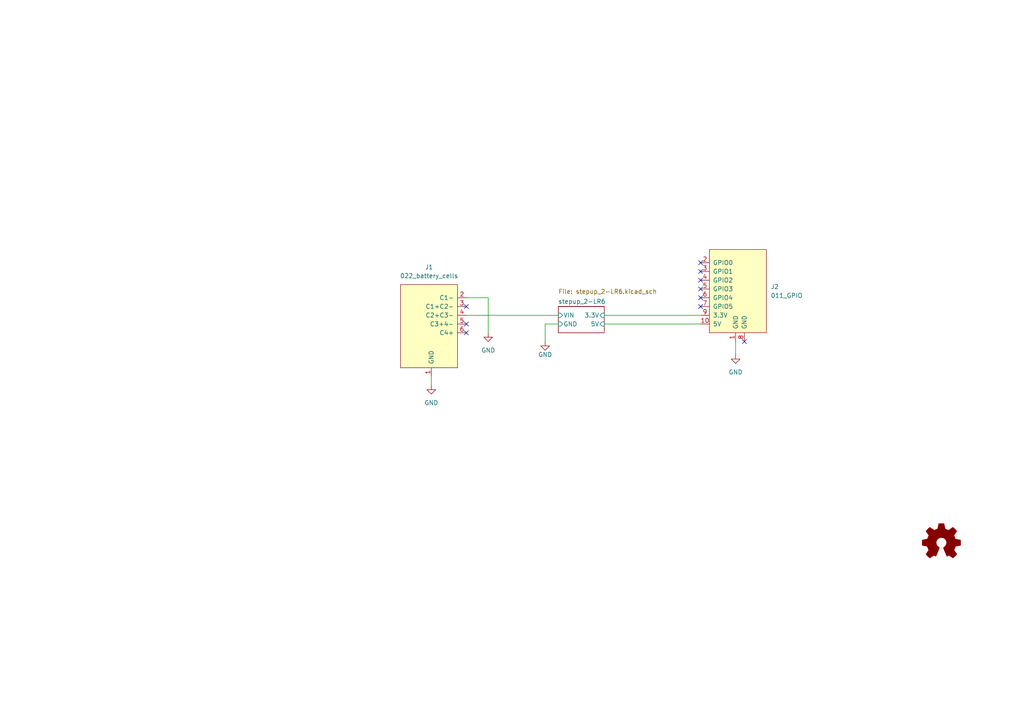
<source format=kicad_sch>
(kicad_sch (version 20211123) (generator eeschema)

  (uuid 57732dd3-1162-4c3f-88bd-31bf473d124d)

  (paper "A4")

  (lib_symbols
    (symbol "Graphic:Logo_Open_Hardware_Small" (pin_names (offset 1.016)) (in_bom yes) (on_board yes)
      (property "Reference" "#LOGO" (id 0) (at 0 6.985 0)
        (effects (font (size 1.27 1.27)) hide)
      )
      (property "Value" "Logo_Open_Hardware_Small" (id 1) (at 0 -5.715 0)
        (effects (font (size 1.27 1.27)) hide)
      )
      (property "Footprint" "" (id 2) (at 0 0 0)
        (effects (font (size 1.27 1.27)) hide)
      )
      (property "Datasheet" "~" (id 3) (at 0 0 0)
        (effects (font (size 1.27 1.27)) hide)
      )
      (property "ki_keywords" "Logo" (id 4) (at 0 0 0)
        (effects (font (size 1.27 1.27)) hide)
      )
      (property "ki_description" "Open Hardware logo, small" (id 5) (at 0 0 0)
        (effects (font (size 1.27 1.27)) hide)
      )
      (symbol "Logo_Open_Hardware_Small_0_1"
        (polyline
          (pts
            (xy 3.3528 -4.3434)
            (xy 3.302 -4.318)
            (xy 3.175 -4.2418)
            (xy 2.9972 -4.1148)
            (xy 2.7686 -3.9624)
            (xy 2.54 -3.81)
            (xy 2.3622 -3.7084)
            (xy 2.2352 -3.6068)
            (xy 2.1844 -3.5814)
            (xy 2.159 -3.6068)
            (xy 2.0574 -3.6576)
            (xy 1.905 -3.7338)
            (xy 1.8034 -3.7846)
            (xy 1.6764 -3.8354)
            (xy 1.6002 -3.8354)
            (xy 1.6002 -3.8354)
            (xy 1.5494 -3.7338)
            (xy 1.4732 -3.5306)
            (xy 1.3462 -3.302)
            (xy 1.2446 -3.0226)
            (xy 1.1176 -2.7178)
            (xy 0.9652 -2.413)
            (xy 0.8636 -2.1082)
            (xy 0.7366 -1.8288)
            (xy 0.6604 -1.6256)
            (xy 0.6096 -1.4732)
            (xy 0.5842 -1.397)
            (xy 0.5842 -1.397)
            (xy 0.6604 -1.3208)
            (xy 0.7874 -1.2446)
            (xy 1.0414 -1.016)
            (xy 1.2954 -0.6858)
            (xy 1.4478 -0.3302)
            (xy 1.524 0.0762)
            (xy 1.4732 0.4572)
            (xy 1.3208 0.8128)
            (xy 1.0668 1.143)
            (xy 0.762 1.3716)
            (xy 0.4064 1.524)
            (xy 0 1.5748)
            (xy -0.381 1.5494)
            (xy -0.7366 1.397)
            (xy -1.0668 1.143)
            (xy -1.2192 0.9906)
            (xy -1.397 0.6604)
            (xy -1.524 0.3048)
            (xy -1.524 0.2286)
            (xy -1.4986 -0.1778)
            (xy -1.397 -0.5334)
            (xy -1.1938 -0.8636)
            (xy -0.9144 -1.143)
            (xy -0.8636 -1.1684)
            (xy -0.7366 -1.27)
            (xy -0.635 -1.3462)
            (xy -0.5842 -1.397)
            (xy -1.0668 -2.5908)
            (xy -1.143 -2.794)
            (xy -1.2954 -3.1242)
            (xy -1.397 -3.4036)
            (xy -1.4986 -3.6322)
            (xy -1.5748 -3.7846)
            (xy -1.6002 -3.8354)
            (xy -1.6002 -3.8354)
            (xy -1.651 -3.8354)
            (xy -1.7272 -3.81)
            (xy -1.905 -3.7338)
            (xy -2.0066 -3.683)
            (xy -2.1336 -3.6068)
            (xy -2.2098 -3.5814)
            (xy -2.2606 -3.6068)
            (xy -2.3622 -3.683)
            (xy -2.54 -3.81)
            (xy -2.7686 -3.9624)
            (xy -2.9718 -4.0894)
            (xy -3.1496 -4.2164)
            (xy -3.302 -4.318)
            (xy -3.3528 -4.3434)
            (xy -3.3782 -4.3434)
            (xy -3.429 -4.318)
            (xy -3.5306 -4.2164)
            (xy -3.7084 -4.064)
            (xy -3.937 -3.8354)
            (xy -3.9624 -3.81)
            (xy -4.1656 -3.6068)
            (xy -4.318 -3.4544)
            (xy -4.4196 -3.3274)
            (xy -4.445 -3.2766)
            (xy -4.445 -3.2766)
            (xy -4.4196 -3.2258)
            (xy -4.318 -3.0734)
            (xy -4.2164 -2.8956)
            (xy -4.064 -2.667)
            (xy -3.6576 -2.0828)
            (xy -3.8862 -1.5494)
            (xy -3.937 -1.3716)
            (xy -4.0386 -1.1684)
            (xy -4.0894 -1.0414)
            (xy -4.1148 -0.9652)
            (xy -4.191 -0.9398)
            (xy -4.318 -0.9144)
            (xy -4.5466 -0.8636)
            (xy -4.8006 -0.8128)
            (xy -5.0546 -0.7874)
            (xy -5.2578 -0.7366)
            (xy -5.4356 -0.7112)
            (xy -5.5118 -0.6858)
            (xy -5.5118 -0.6858)
            (xy -5.5372 -0.635)
            (xy -5.5372 -0.5588)
            (xy -5.5372 -0.4318)
            (xy -5.5626 -0.2286)
            (xy -5.5626 0.0762)
            (xy -5.5626 0.127)
            (xy -5.5372 0.4064)
            (xy -5.5372 0.635)
            (xy -5.5372 0.762)
            (xy -5.5372 0.8382)
            (xy -5.5372 0.8382)
            (xy -5.461 0.8382)
            (xy -5.3086 0.889)
            (xy -5.08 0.9144)
            (xy -4.826 0.9652)
            (xy -4.8006 0.9906)
            (xy -4.5466 1.0414)
            (xy -4.318 1.0668)
            (xy -4.1656 1.1176)
            (xy -4.0894 1.143)
            (xy -4.0894 1.143)
            (xy -4.0386 1.2446)
            (xy -3.9624 1.4224)
            (xy -3.8608 1.6256)
            (xy -3.7846 1.8288)
            (xy -3.7084 2.0066)
            (xy -3.6576 2.159)
            (xy -3.6322 2.2098)
            (xy -3.6322 2.2098)
            (xy -3.683 2.286)
            (xy -3.7592 2.413)
            (xy -3.8862 2.5908)
            (xy -4.064 2.8194)
            (xy -4.064 2.8448)
            (xy -4.2164 3.0734)
            (xy -4.3434 3.2512)
            (xy -4.4196 3.3782)
            (xy -4.445 3.4544)
            (xy -4.445 3.4544)
            (xy -4.3942 3.5052)
            (xy -4.2926 3.6322)
            (xy -4.1148 3.81)
            (xy -3.937 4.0132)
            (xy -3.8608 4.064)
            (xy -3.6576 4.2926)
            (xy -3.5052 4.4196)
            (xy -3.4036 4.4958)
            (xy -3.3528 4.5212)
            (xy -3.3528 4.5212)
            (xy -3.302 4.4704)
            (xy -3.1496 4.3688)
            (xy -2.9718 4.2418)
            (xy -2.7432 4.0894)
            (xy -2.7178 4.0894)
            (xy -2.4892 3.937)
            (xy -2.3114 3.81)
            (xy -2.1844 3.7084)
            (xy -2.1336 3.683)
            (xy -2.1082 3.683)
            (xy -2.032 3.7084)
            (xy -1.8542 3.7592)
            (xy -1.6764 3.8354)
            (xy -1.4732 3.937)
            (xy -1.27 4.0132)
            (xy -1.143 4.064)
            (xy -1.0668 4.1148)
            (xy -1.0668 4.1148)
            (xy -1.0414 4.191)
            (xy -1.016 4.3434)
            (xy -0.9652 4.572)
            (xy -0.9144 4.8514)
            (xy -0.889 4.9022)
            (xy -0.8382 5.1562)
            (xy -0.8128 5.3848)
            (xy -0.7874 5.5372)
            (xy -0.762 5.588)
            (xy -0.7112 5.6134)
            (xy -0.5842 5.6134)
            (xy -0.4064 5.6134)
            (xy -0.1524 5.6134)
            (xy 0.0762 5.6134)
            (xy 0.3302 5.6134)
            (xy 0.5334 5.6134)
            (xy 0.6858 5.588)
            (xy 0.7366 5.588)
            (xy 0.7366 5.588)
            (xy 0.762 5.5118)
            (xy 0.8128 5.334)
            (xy 0.8382 5.1054)
            (xy 0.9144 4.826)
            (xy 0.9144 4.7752)
            (xy 0.9652 4.5212)
            (xy 1.016 4.2926)
            (xy 1.0414 4.1402)
            (xy 1.0668 4.0894)
            (xy 1.0668 4.0894)
            (xy 1.1938 4.0386)
            (xy 1.3716 3.9624)
            (xy 1.5748 3.8608)
            (xy 2.0828 3.6576)
            (xy 2.7178 4.0894)
            (xy 2.7686 4.1402)
            (xy 2.9972 4.2926)
            (xy 3.175 4.4196)
            (xy 3.302 4.4958)
            (xy 3.3782 4.5212)
            (xy 3.3782 4.5212)
            (xy 3.429 4.4704)
            (xy 3.556 4.3434)
            (xy 3.7338 4.191)
            (xy 3.9116 3.9878)
            (xy 4.064 3.8354)
            (xy 4.2418 3.6576)
            (xy 4.3434 3.556)
            (xy 4.4196 3.4798)
            (xy 4.4196 3.429)
            (xy 4.4196 3.4036)
            (xy 4.3942 3.3274)
            (xy 4.2926 3.2004)
            (xy 4.1656 2.9972)
            (xy 4.0132 2.794)
            (xy 3.8862 2.5908)
            (xy 3.7592 2.3876)
            (xy 3.6576 2.2352)
            (xy 3.6322 2.159)
            (xy 3.6322 2.1336)
            (xy 3.683 2.0066)
            (xy 3.7592 1.8288)
            (xy 3.8608 1.6002)
            (xy 4.064 1.1176)
            (xy 4.3942 1.0414)
            (xy 4.5974 1.016)
            (xy 4.8768 0.9652)
            (xy 5.1308 0.9144)
            (xy 5.5372 0.8382)
            (xy 5.5626 -0.6604)
            (xy 5.4864 -0.6858)
            (xy 5.4356 -0.6858)
            (xy 5.2832 -0.7366)
            (xy 5.0546 -0.762)
            (xy 4.8006 -0.8128)
            (xy 4.5974 -0.8636)
            (xy 4.3688 -0.9144)
            (xy 4.2164 -0.9398)
            (xy 4.1402 -0.9398)
            (xy 4.1148 -0.9652)
            (xy 4.064 -1.0668)
            (xy 3.9878 -1.2446)
            (xy 3.9116 -1.4478)
            (xy 3.81 -1.651)
            (xy 3.7338 -1.8542)
            (xy 3.683 -2.0066)
            (xy 3.6576 -2.0828)
            (xy 3.683 -2.1336)
            (xy 3.7846 -2.2606)
            (xy 3.8862 -2.4638)
            (xy 4.0386 -2.667)
            (xy 4.191 -2.8956)
            (xy 4.318 -3.0734)
            (xy 4.3942 -3.2004)
            (xy 4.445 -3.2766)
            (xy 4.4196 -3.3274)
            (xy 4.3434 -3.429)
            (xy 4.1656 -3.5814)
            (xy 3.937 -3.8354)
            (xy 3.8862 -3.8608)
            (xy 3.683 -4.064)
            (xy 3.5306 -4.2164)
            (xy 3.4036 -4.318)
            (xy 3.3528 -4.3434)
          )
          (stroke (width 0) (type default) (color 0 0 0 0))
          (fill (type outline))
        )
      )
    )
    (symbol "power:GND" (power) (pin_names (offset 0)) (in_bom yes) (on_board yes)
      (property "Reference" "#PWR" (id 0) (at 0 -6.35 0)
        (effects (font (size 1.27 1.27)) hide)
      )
      (property "Value" "GND" (id 1) (at 0 -3.81 0)
        (effects (font (size 1.27 1.27)))
      )
      (property "Footprint" "" (id 2) (at 0 0 0)
        (effects (font (size 1.27 1.27)) hide)
      )
      (property "Datasheet" "" (id 3) (at 0 0 0)
        (effects (font (size 1.27 1.27)) hide)
      )
      (property "ki_keywords" "power-flag" (id 4) (at 0 0 0)
        (effects (font (size 1.27 1.27)) hide)
      )
      (property "ki_description" "Power symbol creates a global label with name \"GND\" , ground" (id 5) (at 0 0 0)
        (effects (font (size 1.27 1.27)) hide)
      )
      (symbol "GND_0_1"
        (polyline
          (pts
            (xy 0 0)
            (xy 0 -1.27)
            (xy 1.27 -1.27)
            (xy 0 -2.54)
            (xy -1.27 -1.27)
            (xy 0 -1.27)
          )
          (stroke (width 0) (type default) (color 0 0 0 0))
          (fill (type none))
        )
      )
      (symbol "GND_1_1"
        (pin power_in line (at 0 0 270) (length 0) hide
          (name "GND" (effects (font (size 1.27 1.27))))
          (number "1" (effects (font (size 1.27 1.27))))
        )
      )
    )
    (symbol "put_on_edge:011_GPIO" (pin_names (offset 1.016)) (in_bom yes) (on_board yes)
      (property "Reference" "J" (id 0) (at -2.54 13.97 0)
        (effects (font (size 1.27 1.27)))
      )
      (property "Value" "011_GPIO" (id 1) (at 8.89 13.97 0)
        (effects (font (size 1.27 1.27)))
      )
      (property "Footprint" "" (id 2) (at 7.62 16.51 0)
        (effects (font (size 1.27 1.27)) hide)
      )
      (property "Datasheet" "" (id 3) (at 7.62 16.51 0)
        (effects (font (size 1.27 1.27)) hide)
      )
      (symbol "011_GPIO_0_1"
        (rectangle (start -8.89 12.7) (end 7.62 -11.43)
          (stroke (width 0) (type default) (color 0 0 0 0))
          (fill (type background))
        )
      )
      (symbol "011_GPIO_1_1"
        (pin power_in line (at -1.27 -13.97 90) (length 2.54)
          (name "GND" (effects (font (size 1.27 1.27))))
          (number "1" (effects (font (size 1.27 1.27))))
        )
        (pin power_in line (at -11.43 -8.89 0) (length 2.54)
          (name "5V" (effects (font (size 1.27 1.27))))
          (number "10" (effects (font (size 1.27 1.27))))
        )
        (pin bidirectional line (at -11.43 8.89 0) (length 2.54)
          (name "GPIO0" (effects (font (size 1.27 1.27))))
          (number "2" (effects (font (size 1.27 1.27))))
        )
        (pin bidirectional line (at -11.43 6.35 0) (length 2.54)
          (name "GPIO1" (effects (font (size 1.27 1.27))))
          (number "3" (effects (font (size 1.27 1.27))))
        )
        (pin bidirectional line (at -11.43 3.81 0) (length 2.54)
          (name "GPIO2" (effects (font (size 1.27 1.27))))
          (number "4" (effects (font (size 1.27 1.27))))
        )
        (pin bidirectional line (at -11.43 1.27 0) (length 2.54)
          (name "GPIO3" (effects (font (size 1.27 1.27))))
          (number "5" (effects (font (size 1.27 1.27))))
        )
        (pin bidirectional line (at -11.43 -1.27 0) (length 2.54)
          (name "GPIO4" (effects (font (size 1.27 1.27))))
          (number "6" (effects (font (size 1.27 1.27))))
        )
        (pin bidirectional line (at -11.43 -3.81 0) (length 2.54)
          (name "GPIO5" (effects (font (size 1.27 1.27))))
          (number "7" (effects (font (size 1.27 1.27))))
        )
        (pin power_in line (at 1.27 -13.97 90) (length 2.54)
          (name "GND" (effects (font (size 1.27 1.27))))
          (number "8" (effects (font (size 1.27 1.27))))
        )
        (pin power_in line (at -11.43 -6.35 0) (length 2.54)
          (name "3.3V" (effects (font (size 1.27 1.27))))
          (number "9" (effects (font (size 1.27 1.27))))
        )
      )
    )
    (symbol "put_on_edge:022_battery_cells" (pin_names (offset 1.016)) (in_bom yes) (on_board yes)
      (property "Reference" "J" (id 0) (at -2.54 13.97 0)
        (effects (font (size 1.27 1.27)))
      )
      (property "Value" "022_battery_cells" (id 1) (at 8.89 13.97 0)
        (effects (font (size 1.27 1.27)))
      )
      (property "Footprint" "" (id 2) (at 7.62 16.51 0)
        (effects (font (size 1.27 1.27)) hide)
      )
      (property "Datasheet" "" (id 3) (at 7.62 16.51 0)
        (effects (font (size 1.27 1.27)) hide)
      )
      (symbol "022_battery_cells_0_1"
        (rectangle (start -8.89 12.7) (end 7.62 -11.43)
          (stroke (width 0) (type default) (color 0 0 0 0))
          (fill (type background))
        )
      )
      (symbol "022_battery_cells_1_1"
        (pin power_in line (at -1.27 -13.97 90) (length 2.54)
          (name "GND" (effects (font (size 1.27 1.27))))
          (number "1" (effects (font (size 1.27 1.27))))
        )
        (pin unspecified line (at -11.43 8.89 0) (length 2.54)
          (name "C1-" (effects (font (size 1.27 1.27))))
          (number "2" (effects (font (size 1.27 1.27))))
        )
        (pin unspecified line (at -11.43 6.35 0) (length 2.54)
          (name "C1+C2-" (effects (font (size 1.27 1.27))))
          (number "3" (effects (font (size 1.27 1.27))))
        )
        (pin unspecified line (at -11.43 3.81 0) (length 2.54)
          (name "C2+C3-" (effects (font (size 1.27 1.27))))
          (number "4" (effects (font (size 1.27 1.27))))
        )
        (pin unspecified line (at -11.43 1.27 0) (length 2.54)
          (name "C3+4-" (effects (font (size 1.27 1.27))))
          (number "5" (effects (font (size 1.27 1.27))))
        )
        (pin unspecified line (at -11.43 -1.27 0) (length 2.54)
          (name "C4+" (effects (font (size 1.27 1.27))))
          (number "6" (effects (font (size 1.27 1.27))))
        )
      )
    )
  )


  (no_connect (at 203.2 86.36) (uuid 0aee284a-0c9b-43a8-a282-6eae1ac59f98))
  (no_connect (at 203.2 76.2) (uuid 15f07cf1-e081-4042-85ce-f2ed9ab61aa9))
  (no_connect (at 203.2 83.82) (uuid 2aa2444e-9960-4f2d-8d1e-ea6df8f4086e))
  (no_connect (at 135.255 96.52) (uuid 47f0369e-f4e0-4b01-833b-3e05d3439f3c))
  (no_connect (at 135.255 93.98) (uuid 631fa43c-c7fa-4f45-a65f-922abbc3bef3))
  (no_connect (at 215.9 99.06) (uuid 879de362-dbfd-422f-8209-bd7f1ff7bb67))
  (no_connect (at 135.255 88.9) (uuid a7e30667-d232-4537-a7f7-21ae1c10b8d9))
  (no_connect (at 203.2 78.74) (uuid bd1b14b5-c910-421a-88d5-f86c1556ffce))
  (no_connect (at 203.2 88.9) (uuid bfc0ac9f-237e-4e12-8c62-18be5d6817ae))
  (no_connect (at 203.2 81.28) (uuid c8297e1f-8cbe-443a-bb62-f3824ff9471a))

  (wire (pts (xy 141.605 86.36) (xy 141.605 96.52))
    (stroke (width 0) (type default) (color 0 0 0 0))
    (uuid 110dff93-fa14-46ee-bbf4-4e24b5545474)
  )
  (wire (pts (xy 213.36 99.06) (xy 213.36 102.87))
    (stroke (width 0) (type default) (color 0 0 0 0))
    (uuid 3004f6d0-3216-4942-a61d-e5d8fdbab7d2)
  )
  (wire (pts (xy 158.115 93.98) (xy 161.925 93.98))
    (stroke (width 0) (type default) (color 0 0 0 0))
    (uuid 7670802b-de7f-48fe-b535-daca63925f24)
  )
  (wire (pts (xy 125.095 109.22) (xy 125.095 111.76))
    (stroke (width 0) (type default) (color 0 0 0 0))
    (uuid a056d23e-5462-431a-8816-6495a74a2d3c)
  )
  (wire (pts (xy 135.255 91.44) (xy 161.925 91.44))
    (stroke (width 0) (type default) (color 0 0 0 0))
    (uuid ab1d0a69-1871-480c-90f4-af48487fccc0)
  )
  (wire (pts (xy 175.26 91.44) (xy 203.2 91.44))
    (stroke (width 0) (type default) (color 0 0 0 0))
    (uuid adb093ba-8bcb-4684-9469-a24c31f86934)
  )
  (wire (pts (xy 135.255 86.36) (xy 141.605 86.36))
    (stroke (width 0) (type default) (color 0 0 0 0))
    (uuid b9014e97-4e10-4474-9155-e93c8d2cbb67)
  )
  (wire (pts (xy 175.26 93.98) (xy 203.2 93.98))
    (stroke (width 0) (type default) (color 0 0 0 0))
    (uuid c8f3090e-3a9d-413b-a756-f32705885ab5)
  )
  (wire (pts (xy 158.115 99.06) (xy 158.115 93.98))
    (stroke (width 0) (type default) (color 0 0 0 0))
    (uuid f034ac28-2850-49ae-b265-c99ee7b68f9c)
  )

  (symbol (lib_id "power:GND") (at 125.095 111.76 0) (unit 1)
    (in_bom yes) (on_board yes) (fields_autoplaced)
    (uuid 31851f15-b3a0-4b76-9458-8317e81e8de9)
    (property "Reference" "#PWR0102" (id 0) (at 125.095 118.11 0)
      (effects (font (size 1.27 1.27)) hide)
    )
    (property "Value" "GND" (id 1) (at 125.095 116.84 0))
    (property "Footprint" "" (id 2) (at 125.095 111.76 0)
      (effects (font (size 1.27 1.27)) hide)
    )
    (property "Datasheet" "" (id 3) (at 125.095 111.76 0)
      (effects (font (size 1.27 1.27)) hide)
    )
    (pin "1" (uuid 50bb7308-b698-41b2-b048-8bbaec1b71e5))
  )

  (symbol (lib_id "put_on_edge:022_battery_cells") (at 123.825 95.25 0) (mirror y) (unit 1)
    (in_bom yes) (on_board yes) (fields_autoplaced)
    (uuid 3787921c-1252-47a4-a46e-7281e360658c)
    (property "Reference" "J1" (id 0) (at 124.46 77.47 0))
    (property "Value" "022_battery_cells" (id 1) (at 124.46 80.01 0))
    (property "Footprint" "on_edge:on_edge_2x05_device" (id 2) (at 116.205 78.74 0)
      (effects (font (size 1.27 1.27)) hide)
    )
    (property "Datasheet" "" (id 3) (at 116.205 78.74 0)
      (effects (font (size 1.27 1.27)) hide)
    )
    (pin "1" (uuid 5618ff56-02c9-4203-a570-0a03812b60bb))
    (pin "2" (uuid 9f1ab184-0693-45bf-b022-0d1872348549))
    (pin "3" (uuid 946301dc-b44e-47a9-9273-247a9c405df1))
    (pin "4" (uuid 4e4d38f1-af3b-47f8-a434-f42c2aa6bc8b))
    (pin "5" (uuid 1c0760f3-1426-4678-9d83-993f790fe8d5))
    (pin "6" (uuid 49419f89-62d6-4d9d-9df4-ac648028998f))
  )

  (symbol (lib_id "power:GND") (at 213.36 102.87 0) (unit 1)
    (in_bom yes) (on_board yes) (fields_autoplaced)
    (uuid 8b8d2c84-0107-496d-a033-854df5eed18e)
    (property "Reference" "#PWR0104" (id 0) (at 213.36 109.22 0)
      (effects (font (size 1.27 1.27)) hide)
    )
    (property "Value" "GND" (id 1) (at 213.36 107.95 0))
    (property "Footprint" "" (id 2) (at 213.36 102.87 0)
      (effects (font (size 1.27 1.27)) hide)
    )
    (property "Datasheet" "" (id 3) (at 213.36 102.87 0)
      (effects (font (size 1.27 1.27)) hide)
    )
    (pin "1" (uuid 69d345b2-43bc-4eb8-8897-9d47b873c51a))
  )

  (symbol (lib_id "power:GND") (at 158.115 99.06 0) (mirror y) (unit 1)
    (in_bom yes) (on_board yes)
    (uuid 9c10d258-b93a-4dc9-8b6f-792861874a57)
    (property "Reference" "#PWR0101" (id 0) (at 158.115 105.41 0)
      (effects (font (size 1.27 1.27)) hide)
    )
    (property "Value" "GND" (id 1) (at 158.115 102.87 0))
    (property "Footprint" "" (id 2) (at 158.115 99.06 0)
      (effects (font (size 1.27 1.27)) hide)
    )
    (property "Datasheet" "" (id 3) (at 158.115 99.06 0)
      (effects (font (size 1.27 1.27)) hide)
    )
    (pin "1" (uuid d60a898f-d412-4901-911c-54d6d2f28f17))
  )

  (symbol (lib_id "Graphic:Logo_Open_Hardware_Small") (at 273.05 157.48 0) (unit 1)
    (in_bom yes) (on_board yes) (fields_autoplaced)
    (uuid b72b6f4a-7489-40f2-bb90-d75ae01aa368)
    (property "Reference" "LOGO1" (id 0) (at 273.05 150.495 0)
      (effects (font (size 1.27 1.27)) hide)
    )
    (property "Value" "Logo_Open_Hardware_Small" (id 1) (at 273.05 163.195 0)
      (effects (font (size 1.27 1.27)) hide)
    )
    (property "Footprint" "Symbol:OSHW-Symbol_6.7x6mm_SilkScreen" (id 2) (at 273.05 157.48 0)
      (effects (font (size 1.27 1.27)) hide)
    )
    (property "Datasheet" "~" (id 3) (at 273.05 157.48 0)
      (effects (font (size 1.27 1.27)) hide)
    )
  )

  (symbol (lib_id "power:GND") (at 141.605 96.52 0) (unit 1)
    (in_bom yes) (on_board yes) (fields_autoplaced)
    (uuid d32cc368-0e6c-4af2-ac06-a66688c838e5)
    (property "Reference" "#PWR0103" (id 0) (at 141.605 102.87 0)
      (effects (font (size 1.27 1.27)) hide)
    )
    (property "Value" "GND" (id 1) (at 141.605 101.6 0))
    (property "Footprint" "" (id 2) (at 141.605 96.52 0)
      (effects (font (size 1.27 1.27)) hide)
    )
    (property "Datasheet" "" (id 3) (at 141.605 96.52 0)
      (effects (font (size 1.27 1.27)) hide)
    )
    (pin "1" (uuid 4d4be2b1-3d97-4ff6-ad97-36484be0f28f))
  )

  (symbol (lib_id "put_on_edge:011_GPIO") (at 214.63 85.09 0) (unit 1)
    (in_bom yes) (on_board yes) (fields_autoplaced)
    (uuid f9be9108-23a2-4fb6-b407-8be8eef9497e)
    (property "Reference" "J2" (id 0) (at 223.52 83.1849 0)
      (effects (font (size 1.27 1.27)) (justify left))
    )
    (property "Value" "011_GPIO" (id 1) (at 223.52 85.7249 0)
      (effects (font (size 1.27 1.27)) (justify left))
    )
    (property "Footprint" "on_edge:on_edge_2x05_host" (id 2) (at 222.25 68.58 0)
      (effects (font (size 1.27 1.27)) hide)
    )
    (property "Datasheet" "" (id 3) (at 222.25 68.58 0)
      (effects (font (size 1.27 1.27)) hide)
    )
    (pin "1" (uuid fd859681-1f78-4322-96dc-d516e281e256))
    (pin "10" (uuid 29fa3dde-c4e4-4fcd-9ea7-41812c37fc47))
    (pin "2" (uuid e099e6f1-843f-4f4e-b89a-e8fc84b53fc8))
    (pin "3" (uuid 54bf2578-54e8-4d7d-8dc5-3de04eb119b0))
    (pin "4" (uuid 0e700337-482b-4e9f-941a-dec29f09a35d))
    (pin "5" (uuid 18a97b65-ae3f-454b-96da-f983b27d4a19))
    (pin "6" (uuid 72f5a31d-7966-45d6-9f61-b64883e0a8bc))
    (pin "7" (uuid 568b52c0-a808-4e17-b207-6bafc0d8d7f7))
    (pin "8" (uuid 7f1415a5-d719-402d-9ceb-2a84cba28d79))
    (pin "9" (uuid f67d5bbd-3da5-4896-9cfb-2d3d938a6001))
  )

  (sheet (at 161.925 88.9) (size 13.335 7.62)
    (stroke (width 0.1524) (type solid) (color 0 0 0 0))
    (fill (color 0 0 0 0.0000))
    (uuid 767ce4c6-0e55-4543-92f0-34cb8237a544)
    (property "Sheet name" "stepup_2-LR6" (id 0) (at 161.925 88.1884 0)
      (effects (font (size 1.27 1.27)) (justify left bottom))
    )
    (property "Sheet file" "stepup_2-LR6.kicad_sch" (id 1) (at 161.925 83.82 0)
      (effects (font (size 1.27 1.27)) (justify left top))
    )
    (pin "GND" input (at 161.925 93.98 180)
      (effects (font (size 1.27 1.27)) (justify left))
      (uuid 466cf29f-04d2-4303-aa26-8ec28548d2f2)
    )
    (pin "VIN" input (at 161.925 91.44 180)
      (effects (font (size 1.27 1.27)) (justify left))
      (uuid 27e388f2-5a7c-48fd-8a42-7ee446ca4157)
    )
    (pin "3.3V" input (at 175.26 91.44 0)
      (effects (font (size 1.27 1.27)) (justify right))
      (uuid 858ffbc0-a28e-4603-935e-0ee400d70165)
    )
    (pin "5V" input (at 175.26 93.98 0)
      (effects (font (size 1.27 1.27)) (justify right))
      (uuid f0048123-5efc-4f7f-9006-fdee84328e53)
    )
  )

  (sheet_instances
    (path "/" (page "1"))
    (path "/767ce4c6-0e55-4543-92f0-34cb8237a544" (page "2"))
  )

  (symbol_instances
    (path "/767ce4c6-0e55-4543-92f0-34cb8237a544/76ed9c4c-08e1-4945-87b7-19179578e775"
      (reference "#FLG0101") (unit 1) (value "PWR_FLAG") (footprint "")
    )
    (path "/767ce4c6-0e55-4543-92f0-34cb8237a544/b7e9cf10-b74e-4e80-a7f1-e33a29fe56de"
      (reference "#FLG0102") (unit 1) (value "PWR_FLAG") (footprint "")
    )
    (path "/767ce4c6-0e55-4543-92f0-34cb8237a544/44767be6-7163-406a-9552-6dad474fa6ac"
      (reference "#FLG0103") (unit 1) (value "PWR_FLAG") (footprint "")
    )
    (path "/767ce4c6-0e55-4543-92f0-34cb8237a544/bf9b1070-c157-4603-8117-0da0982e4895"
      (reference "#FLG0104") (unit 1) (value "PWR_FLAG") (footprint "")
    )
    (path "/9c10d258-b93a-4dc9-8b6f-792861874a57"
      (reference "#PWR0101") (unit 1) (value "GND") (footprint "")
    )
    (path "/31851f15-b3a0-4b76-9458-8317e81e8de9"
      (reference "#PWR0102") (unit 1) (value "GND") (footprint "")
    )
    (path "/d32cc368-0e6c-4af2-ac06-a66688c838e5"
      (reference "#PWR0103") (unit 1) (value "GND") (footprint "")
    )
    (path "/8b8d2c84-0107-496d-a033-854df5eed18e"
      (reference "#PWR0104") (unit 1) (value "GND") (footprint "")
    )
    (path "/767ce4c6-0e55-4543-92f0-34cb8237a544/a1cf3838-7a06-43e1-a94f-aa849ba69819"
      (reference "C1") (unit 1) (value "4.7pF") (footprint "Capacitor_SMD:C_0402_1005Metric")
    )
    (path "/767ce4c6-0e55-4543-92f0-34cb8237a544/ea63d2fa-73f5-48cb-a45b-3d9595b2371a"
      (reference "C2") (unit 1) (value "22uF") (footprint "Capacitor_SMD:C_0805_2012Metric")
    )
    (path "/767ce4c6-0e55-4543-92f0-34cb8237a544/08899149-8f1d-49fe-966f-12ab5c9966a5"
      (reference "C3") (unit 1) (value "22uF") (footprint "Capacitor_SMD:C_0805_2012Metric")
    )
    (path "/767ce4c6-0e55-4543-92f0-34cb8237a544/78ce8c1e-89e0-4419-807a-81faccaa13a1"
      (reference "C4") (unit 1) (value "100nF") (footprint "Capacitor_SMD:C_0402_1005Metric")
    )
    (path "/767ce4c6-0e55-4543-92f0-34cb8237a544/106f01f3-bf47-4150-bb7b-1a3318a6eb3d"
      (reference "C5") (unit 1) (value "100nF") (footprint "Capacitor_SMD:C_0402_1005Metric")
    )
    (path "/767ce4c6-0e55-4543-92f0-34cb8237a544/b34ce9ce-d270-4842-8d95-94720e40d3ca"
      (reference "C6") (unit 1) (value "100nF") (footprint "Capacitor_SMD:C_0402_1005Metric")
    )
    (path "/767ce4c6-0e55-4543-92f0-34cb8237a544/a1bbbcb7-3394-4d47-a7e2-c5aca5915b62"
      (reference "C7") (unit 1) (value "33pF") (footprint "Capacitor_SMD:C_0603_1608Metric")
    )
    (path "/767ce4c6-0e55-4543-92f0-34cb8237a544/3d4b9684-a268-4a9d-9665-12d40b24f50b"
      (reference "C8") (unit 1) (value "22uF") (footprint "Capacitor_SMD:C_0805_2012Metric")
    )
    (path "/767ce4c6-0e55-4543-92f0-34cb8237a544/686a2fc2-958f-4786-b4e3-5d42afd80c77"
      (reference "C9") (unit 1) (value "22uF") (footprint "Capacitor_SMD:C_0805_2012Metric")
    )
    (path "/767ce4c6-0e55-4543-92f0-34cb8237a544/d618158f-4184-4754-aa33-65a98e706342"
      (reference "D1") (unit 1) (value "PMEG100V100ELPDAZ") (footprint "b132:PMEG100V100ELPDAZ")
    )
    (path "/767ce4c6-0e55-4543-92f0-34cb8237a544/7b1add24-b218-4ce0-80c1-f1e7a71c0711"
      (reference "FB1") (unit 1) (value "200R_2A") (footprint "Inductor_SMD:L_0805_2012Metric")
    )
    (path "/767ce4c6-0e55-4543-92f0-34cb8237a544/22208441-8aa1-4a71-99d0-e51a8e5d3ec3"
      (reference "FB2") (unit 1) (value "200R_2A") (footprint "Inductor_SMD:L_0805_2012Metric")
    )
    (path "/3787921c-1252-47a4-a46e-7281e360658c"
      (reference "J1") (unit 1) (value "022_battery_cells") (footprint "on_edge:on_edge_2x05_device")
    )
    (path "/f9be9108-23a2-4fb6-b407-8be8eef9497e"
      (reference "J2") (unit 1) (value "011_GPIO") (footprint "on_edge:on_edge_2x05_host")
    )
    (path "/767ce4c6-0e55-4543-92f0-34cb8237a544/58b75830-9e39-45c9-8547-367ebee8a907"
      (reference "L1") (unit 1) (value "4.7uH") (footprint "b132:WURTH 5040")
    )
    (path "/b72b6f4a-7489-40f2-bb90-d75ae01aa368"
      (reference "LOGO1") (unit 1) (value "Logo_Open_Hardware_Small") (footprint "Symbol:OSHW-Symbol_6.7x6mm_SilkScreen")
    )
    (path "/767ce4c6-0e55-4543-92f0-34cb8237a544/c360b637-6f5d-44e0-97f7-af09c2986ed7"
      (reference "R1") (unit 1) (value "160 kOhms") (footprint "Resistor_SMD:R_0603_1608Metric")
    )
    (path "/767ce4c6-0e55-4543-92f0-34cb8237a544/b3eebb03-af8c-48e8-a7d9-5ec3741206fa"
      (reference "R2") (unit 1) (value "75R") (footprint "Resistor_SMD:R_0603_1608Metric")
    )
    (path "/767ce4c6-0e55-4543-92f0-34cb8237a544/d1ea7795-8403-4edb-b959-1b29f77ed16f"
      (reference "R4") (unit 1) (value "22 kOhms") (footprint "Resistor_SMD:R_0603_1608Metric")
    )
    (path "/767ce4c6-0e55-4543-92f0-34cb8237a544/91815931-350b-44ea-ae11-854683127765"
      (reference "R5") (unit 1) (value "100 kOhms") (footprint "Resistor_SMD:R_0603_1608Metric")
    )
    (path "/767ce4c6-0e55-4543-92f0-34cb8237a544/679e5b0e-a017-43d8-8845-79a886253d82"
      (reference "R6") (unit 1) (value "6.2 kOhms") (footprint "Resistor_SMD:R_0603_1608Metric")
    )
    (path "/767ce4c6-0e55-4543-92f0-34cb8237a544/7de04273-7eda-4419-ad6c-938bfee9f2d2"
      (reference "U1") (unit 1) (value "LM2623LDX/NOPB") (footprint "b132:NHE0014A_V")
    )
  )
)

</source>
